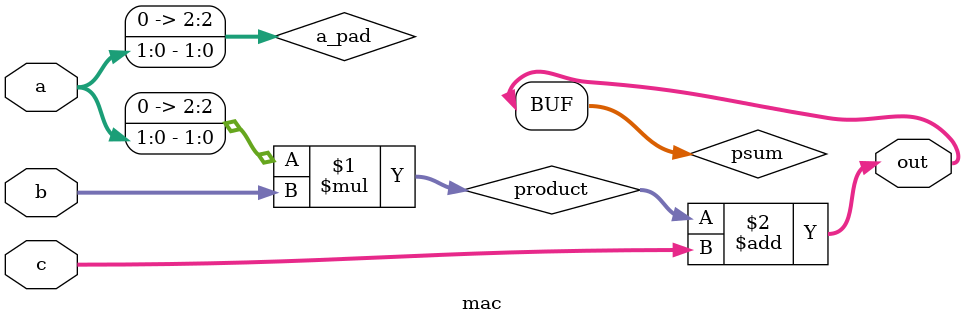
<source format=v>
module mac (out, a, b, c);

parameter act_bw = 2;
parameter w_bw = 4;
parameter psum_bw = 16;

output signed [psum_bw-1:0] out;
input signed  [act_bw-1:0] a;  // activation
input signed  [w_bw-1:0] b;  // weight
input signed  [psum_bw-1:0] c;


wire signed [2*(act_bw + w_bw):0] product;
wire signed [psum_bw-1:0] psum;
wire signed [act_bw:0]   a_pad;

assign a_pad = {1'b0, a}; // force to be unsigned number
assign product = a_pad * b;

assign psum = product + c;
assign out = psum;

endmodule

</source>
